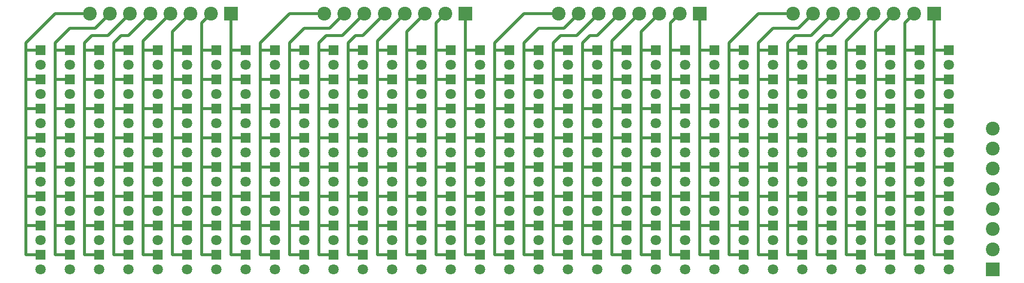
<source format=gbl>
G04 #@! TF.GenerationSoftware,KiCad,Pcbnew,(5.1.10)-1*
G04 #@! TF.CreationDate,2023-10-25T13:43:48-04:00*
G04 #@! TF.ProjectId,LED_Matrix_8x32,4c45445f-4d61-4747-9269-785f38783332,rev?*
G04 #@! TF.SameCoordinates,Original*
G04 #@! TF.FileFunction,Copper,L2,Bot*
G04 #@! TF.FilePolarity,Positive*
%FSLAX46Y46*%
G04 Gerber Fmt 4.6, Leading zero omitted, Abs format (unit mm)*
G04 Created by KiCad (PCBNEW (5.1.10)-1) date 2023-10-25 13:43:48*
%MOMM*%
%LPD*%
G01*
G04 APERTURE LIST*
G04 #@! TA.AperFunction,ComponentPad*
%ADD10C,2.400000*%
G04 #@! TD*
G04 #@! TA.AperFunction,ComponentPad*
%ADD11R,2.400000X2.400000*%
G04 #@! TD*
G04 #@! TA.AperFunction,ComponentPad*
%ADD12C,1.800000*%
G04 #@! TD*
G04 #@! TA.AperFunction,ComponentPad*
%ADD13R,1.800000X1.800000*%
G04 #@! TD*
G04 #@! TA.AperFunction,Conductor*
%ADD14C,0.500000*%
G04 #@! TD*
G04 APERTURE END LIST*
D10*
X82815000Y-23495000D03*
X86315000Y-23495000D03*
X89815000Y-23495000D03*
X93315000Y-23495000D03*
X96815000Y-23495000D03*
X100315000Y-23495000D03*
X103815000Y-23495000D03*
D11*
X107315000Y-23495000D03*
D10*
X123455000Y-23495000D03*
X126955000Y-23495000D03*
X130455000Y-23495000D03*
X133955000Y-23495000D03*
X137455000Y-23495000D03*
X140955000Y-23495000D03*
X144455000Y-23495000D03*
D11*
X147955000Y-23495000D03*
D10*
X164095000Y-23495000D03*
X167595000Y-23495000D03*
X171095000Y-23495000D03*
X174595000Y-23495000D03*
X178095000Y-23495000D03*
X181595000Y-23495000D03*
X185095000Y-23495000D03*
D11*
X188595000Y-23495000D03*
D10*
X204735000Y-23495000D03*
X208235000Y-23495000D03*
X211735000Y-23495000D03*
X215235000Y-23495000D03*
X218735000Y-23495000D03*
X222235000Y-23495000D03*
X225735000Y-23495000D03*
D11*
X229235000Y-23495000D03*
D10*
X239395000Y-43445000D03*
X239395000Y-46945000D03*
X239395000Y-50445000D03*
X239395000Y-53945000D03*
X239395000Y-57445000D03*
X239395000Y-60945000D03*
X239395000Y-64445000D03*
D11*
X239395000Y-67945000D03*
D12*
X74295000Y-32385000D03*
D13*
X74295000Y-29845000D03*
D12*
X74295000Y-37465000D03*
D13*
X74295000Y-34925000D03*
D12*
X74295000Y-42545000D03*
D13*
X74295000Y-40005000D03*
D12*
X74295000Y-47625000D03*
D13*
X74295000Y-45085000D03*
D12*
X74295000Y-52705000D03*
D13*
X74295000Y-50165000D03*
D12*
X74295000Y-57785000D03*
D13*
X74295000Y-55245000D03*
D12*
X74295000Y-62865000D03*
D13*
X74295000Y-60325000D03*
D12*
X74295000Y-67945000D03*
D13*
X74295000Y-65405000D03*
D12*
X79375000Y-32385000D03*
D13*
X79375000Y-29845000D03*
D12*
X79375000Y-37465000D03*
D13*
X79375000Y-34925000D03*
D12*
X79375000Y-42545000D03*
D13*
X79375000Y-40005000D03*
D12*
X79375000Y-47625000D03*
D13*
X79375000Y-45085000D03*
D12*
X79375000Y-52705000D03*
D13*
X79375000Y-50165000D03*
D12*
X79375000Y-57785000D03*
D13*
X79375000Y-55245000D03*
D12*
X79375000Y-62865000D03*
D13*
X79375000Y-60325000D03*
D12*
X79375000Y-67945000D03*
D13*
X79375000Y-65405000D03*
D12*
X84455000Y-32385000D03*
D13*
X84455000Y-29845000D03*
D12*
X84455000Y-37465000D03*
D13*
X84455000Y-34925000D03*
D12*
X84455000Y-42545000D03*
D13*
X84455000Y-40005000D03*
D12*
X84455000Y-47625000D03*
D13*
X84455000Y-45085000D03*
D12*
X84455000Y-52705000D03*
D13*
X84455000Y-50165000D03*
D12*
X84455000Y-57785000D03*
D13*
X84455000Y-55245000D03*
D12*
X84455000Y-62865000D03*
D13*
X84455000Y-60325000D03*
D12*
X84455000Y-67945000D03*
D13*
X84455000Y-65405000D03*
D12*
X89535000Y-32385000D03*
D13*
X89535000Y-29845000D03*
D12*
X89535000Y-37465000D03*
D13*
X89535000Y-34925000D03*
D12*
X89535000Y-42545000D03*
D13*
X89535000Y-40005000D03*
D12*
X89535000Y-47625000D03*
D13*
X89535000Y-45085000D03*
D12*
X89535000Y-52705000D03*
D13*
X89535000Y-50165000D03*
D12*
X89535000Y-57785000D03*
D13*
X89535000Y-55245000D03*
D12*
X89535000Y-62865000D03*
D13*
X89535000Y-60325000D03*
D12*
X89535000Y-67945000D03*
D13*
X89535000Y-65405000D03*
D12*
X94615000Y-32385000D03*
D13*
X94615000Y-29845000D03*
D12*
X94615000Y-37465000D03*
D13*
X94615000Y-34925000D03*
D12*
X94615000Y-42545000D03*
D13*
X94615000Y-40005000D03*
D12*
X94615000Y-47625000D03*
D13*
X94615000Y-45085000D03*
D12*
X94615000Y-52705000D03*
D13*
X94615000Y-50165000D03*
D12*
X94615000Y-57785000D03*
D13*
X94615000Y-55245000D03*
D12*
X94615000Y-62865000D03*
D13*
X94615000Y-60325000D03*
D12*
X94615000Y-67945000D03*
D13*
X94615000Y-65405000D03*
D12*
X99695000Y-32385000D03*
D13*
X99695000Y-29845000D03*
D12*
X99695000Y-37465000D03*
D13*
X99695000Y-34925000D03*
D12*
X99695000Y-42545000D03*
D13*
X99695000Y-40005000D03*
D12*
X99695000Y-47625000D03*
D13*
X99695000Y-45085000D03*
D12*
X99695000Y-52705000D03*
D13*
X99695000Y-50165000D03*
D12*
X99695000Y-57785000D03*
D13*
X99695000Y-55245000D03*
D12*
X99695000Y-62865000D03*
D13*
X99695000Y-60325000D03*
D12*
X99695000Y-67945000D03*
D13*
X99695000Y-65405000D03*
D12*
X104775000Y-32385000D03*
D13*
X104775000Y-29845000D03*
D12*
X104775000Y-37465000D03*
D13*
X104775000Y-34925000D03*
D12*
X104775000Y-42545000D03*
D13*
X104775000Y-40005000D03*
D12*
X104775000Y-47625000D03*
D13*
X104775000Y-45085000D03*
D12*
X104775000Y-52705000D03*
D13*
X104775000Y-50165000D03*
D12*
X104775000Y-57785000D03*
D13*
X104775000Y-55245000D03*
D12*
X104775000Y-62865000D03*
D13*
X104775000Y-60325000D03*
D12*
X104775000Y-67945000D03*
D13*
X104775000Y-65405000D03*
D12*
X109855000Y-32385000D03*
D13*
X109855000Y-29845000D03*
D12*
X109855000Y-37465000D03*
D13*
X109855000Y-34925000D03*
D12*
X109855000Y-42545000D03*
D13*
X109855000Y-40005000D03*
D12*
X109855000Y-47625000D03*
D13*
X109855000Y-45085000D03*
D12*
X109855000Y-52705000D03*
D13*
X109855000Y-50165000D03*
D12*
X109855000Y-57785000D03*
D13*
X109855000Y-55245000D03*
D12*
X109855000Y-62865000D03*
D13*
X109855000Y-60325000D03*
D12*
X109855000Y-67945000D03*
D13*
X109855000Y-65405000D03*
D12*
X114935000Y-32385000D03*
D13*
X114935000Y-29845000D03*
D12*
X114935000Y-37465000D03*
D13*
X114935000Y-34925000D03*
D12*
X114935000Y-42545000D03*
D13*
X114935000Y-40005000D03*
D12*
X114935000Y-47625000D03*
D13*
X114935000Y-45085000D03*
D12*
X114935000Y-52705000D03*
D13*
X114935000Y-50165000D03*
D12*
X114935000Y-57785000D03*
D13*
X114935000Y-55245000D03*
D12*
X114935000Y-62865000D03*
D13*
X114935000Y-60325000D03*
D12*
X114935000Y-67945000D03*
D13*
X114935000Y-65405000D03*
D12*
X120015000Y-32385000D03*
D13*
X120015000Y-29845000D03*
D12*
X120015000Y-37465000D03*
D13*
X120015000Y-34925000D03*
D12*
X120015000Y-42545000D03*
D13*
X120015000Y-40005000D03*
D12*
X120015000Y-47625000D03*
D13*
X120015000Y-45085000D03*
D12*
X120015000Y-52705000D03*
D13*
X120015000Y-50165000D03*
D12*
X120015000Y-57785000D03*
D13*
X120015000Y-55245000D03*
D12*
X120015000Y-62865000D03*
D13*
X120015000Y-60325000D03*
D12*
X120015000Y-67945000D03*
D13*
X120015000Y-65405000D03*
D12*
X125095000Y-32385000D03*
D13*
X125095000Y-29845000D03*
D12*
X125095000Y-37465000D03*
D13*
X125095000Y-34925000D03*
D12*
X125095000Y-42545000D03*
D13*
X125095000Y-40005000D03*
D12*
X125095000Y-47625000D03*
D13*
X125095000Y-45085000D03*
D12*
X125095000Y-52705000D03*
D13*
X125095000Y-50165000D03*
D12*
X125095000Y-57785000D03*
D13*
X125095000Y-55245000D03*
D12*
X125095000Y-62865000D03*
D13*
X125095000Y-60325000D03*
D12*
X125095000Y-67945000D03*
D13*
X125095000Y-65405000D03*
D12*
X130175000Y-32385000D03*
D13*
X130175000Y-29845000D03*
D12*
X130175000Y-37465000D03*
D13*
X130175000Y-34925000D03*
D12*
X130175000Y-42545000D03*
D13*
X130175000Y-40005000D03*
D12*
X130175000Y-47625000D03*
D13*
X130175000Y-45085000D03*
D12*
X130175000Y-52705000D03*
D13*
X130175000Y-50165000D03*
D12*
X130175000Y-57785000D03*
D13*
X130175000Y-55245000D03*
D12*
X130175000Y-62865000D03*
D13*
X130175000Y-60325000D03*
D12*
X130175000Y-67945000D03*
D13*
X130175000Y-65405000D03*
D12*
X135255000Y-32385000D03*
D13*
X135255000Y-29845000D03*
D12*
X135255000Y-37465000D03*
D13*
X135255000Y-34925000D03*
D12*
X135255000Y-42545000D03*
D13*
X135255000Y-40005000D03*
D12*
X135255000Y-47625000D03*
D13*
X135255000Y-45085000D03*
D12*
X135255000Y-52705000D03*
D13*
X135255000Y-50165000D03*
D12*
X135255000Y-57785000D03*
D13*
X135255000Y-55245000D03*
D12*
X135255000Y-62865000D03*
D13*
X135255000Y-60325000D03*
D12*
X135255000Y-67945000D03*
D13*
X135255000Y-65405000D03*
D12*
X140335000Y-32385000D03*
D13*
X140335000Y-29845000D03*
D12*
X140335000Y-37465000D03*
D13*
X140335000Y-34925000D03*
D12*
X140335000Y-42545000D03*
D13*
X140335000Y-40005000D03*
D12*
X140335000Y-47625000D03*
D13*
X140335000Y-45085000D03*
D12*
X140335000Y-52705000D03*
D13*
X140335000Y-50165000D03*
D12*
X140335000Y-57785000D03*
D13*
X140335000Y-55245000D03*
D12*
X140335000Y-62865000D03*
D13*
X140335000Y-60325000D03*
D12*
X140335000Y-67945000D03*
D13*
X140335000Y-65405000D03*
D12*
X145415000Y-32385000D03*
D13*
X145415000Y-29845000D03*
D12*
X145415000Y-37465000D03*
D13*
X145415000Y-34925000D03*
D12*
X145415000Y-42545000D03*
D13*
X145415000Y-40005000D03*
D12*
X145415000Y-47625000D03*
D13*
X145415000Y-45085000D03*
D12*
X145415000Y-52705000D03*
D13*
X145415000Y-50165000D03*
D12*
X145415000Y-57785000D03*
D13*
X145415000Y-55245000D03*
D12*
X145415000Y-62865000D03*
D13*
X145415000Y-60325000D03*
D12*
X145415000Y-67945000D03*
D13*
X145415000Y-65405000D03*
D12*
X150495000Y-32385000D03*
D13*
X150495000Y-29845000D03*
D12*
X150495000Y-37465000D03*
D13*
X150495000Y-34925000D03*
D12*
X150495000Y-42545000D03*
D13*
X150495000Y-40005000D03*
D12*
X150495000Y-47625000D03*
D13*
X150495000Y-45085000D03*
D12*
X150495000Y-52705000D03*
D13*
X150495000Y-50165000D03*
D12*
X150495000Y-57785000D03*
D13*
X150495000Y-55245000D03*
D12*
X150495000Y-62865000D03*
D13*
X150495000Y-60325000D03*
D12*
X150495000Y-67945000D03*
D13*
X150495000Y-65405000D03*
D12*
X155575000Y-32385000D03*
D13*
X155575000Y-29845000D03*
D12*
X155575000Y-37465000D03*
D13*
X155575000Y-34925000D03*
D12*
X155575000Y-42545000D03*
D13*
X155575000Y-40005000D03*
D12*
X155575000Y-47625000D03*
D13*
X155575000Y-45085000D03*
D12*
X155575000Y-52705000D03*
D13*
X155575000Y-50165000D03*
D12*
X155575000Y-57785000D03*
D13*
X155575000Y-55245000D03*
D12*
X155575000Y-62865000D03*
D13*
X155575000Y-60325000D03*
D12*
X155575000Y-67945000D03*
D13*
X155575000Y-65405000D03*
D12*
X160655000Y-32385000D03*
D13*
X160655000Y-29845000D03*
D12*
X160655000Y-37465000D03*
D13*
X160655000Y-34925000D03*
D12*
X160655000Y-42545000D03*
D13*
X160655000Y-40005000D03*
D12*
X160655000Y-47625000D03*
D13*
X160655000Y-45085000D03*
D12*
X160655000Y-52705000D03*
D13*
X160655000Y-50165000D03*
D12*
X160655000Y-57785000D03*
D13*
X160655000Y-55245000D03*
D12*
X160655000Y-62865000D03*
D13*
X160655000Y-60325000D03*
D12*
X160655000Y-67945000D03*
D13*
X160655000Y-65405000D03*
D12*
X165735000Y-32385000D03*
D13*
X165735000Y-29845000D03*
D12*
X165735000Y-37465000D03*
D13*
X165735000Y-34925000D03*
D12*
X165735000Y-42545000D03*
D13*
X165735000Y-40005000D03*
D12*
X165735000Y-47625000D03*
D13*
X165735000Y-45085000D03*
D12*
X165735000Y-52705000D03*
D13*
X165735000Y-50165000D03*
D12*
X165735000Y-57785000D03*
D13*
X165735000Y-55245000D03*
D12*
X165735000Y-62865000D03*
D13*
X165735000Y-60325000D03*
D12*
X165735000Y-67945000D03*
D13*
X165735000Y-65405000D03*
D12*
X170815000Y-32385000D03*
D13*
X170815000Y-29845000D03*
D12*
X170815000Y-37465000D03*
D13*
X170815000Y-34925000D03*
D12*
X170815000Y-42545000D03*
D13*
X170815000Y-40005000D03*
D12*
X170815000Y-47625000D03*
D13*
X170815000Y-45085000D03*
D12*
X170815000Y-52705000D03*
D13*
X170815000Y-50165000D03*
D12*
X170815000Y-57785000D03*
D13*
X170815000Y-55245000D03*
D12*
X170815000Y-62865000D03*
D13*
X170815000Y-60325000D03*
D12*
X170815000Y-67945000D03*
D13*
X170815000Y-65405000D03*
D12*
X175895000Y-32385000D03*
D13*
X175895000Y-29845000D03*
D12*
X175895000Y-37465000D03*
D13*
X175895000Y-34925000D03*
D12*
X175895000Y-42545000D03*
D13*
X175895000Y-40005000D03*
D12*
X175895000Y-47625000D03*
D13*
X175895000Y-45085000D03*
D12*
X175895000Y-52705000D03*
D13*
X175895000Y-50165000D03*
D12*
X175895000Y-57785000D03*
D13*
X175895000Y-55245000D03*
D12*
X175895000Y-62865000D03*
D13*
X175895000Y-60325000D03*
D12*
X175895000Y-67945000D03*
D13*
X175895000Y-65405000D03*
D12*
X180975000Y-32385000D03*
D13*
X180975000Y-29845000D03*
D12*
X180975000Y-37465000D03*
D13*
X180975000Y-34925000D03*
D12*
X180975000Y-42545000D03*
D13*
X180975000Y-40005000D03*
D12*
X180975000Y-47625000D03*
D13*
X180975000Y-45085000D03*
D12*
X180975000Y-52705000D03*
D13*
X180975000Y-50165000D03*
D12*
X180975000Y-57785000D03*
D13*
X180975000Y-55245000D03*
D12*
X180975000Y-62865000D03*
D13*
X180975000Y-60325000D03*
D12*
X180975000Y-67945000D03*
D13*
X180975000Y-65405000D03*
D12*
X186055000Y-32385000D03*
D13*
X186055000Y-29845000D03*
D12*
X186055000Y-37465000D03*
D13*
X186055000Y-34925000D03*
D12*
X186055000Y-42545000D03*
D13*
X186055000Y-40005000D03*
D12*
X186055000Y-47625000D03*
D13*
X186055000Y-45085000D03*
D12*
X186055000Y-52705000D03*
D13*
X186055000Y-50165000D03*
D12*
X186055000Y-57785000D03*
D13*
X186055000Y-55245000D03*
D12*
X186055000Y-62865000D03*
D13*
X186055000Y-60325000D03*
D12*
X186055000Y-67945000D03*
D13*
X186055000Y-65405000D03*
D12*
X191135000Y-32385000D03*
D13*
X191135000Y-29845000D03*
D12*
X191135000Y-37465000D03*
D13*
X191135000Y-34925000D03*
D12*
X191135000Y-42545000D03*
D13*
X191135000Y-40005000D03*
D12*
X191135000Y-47625000D03*
D13*
X191135000Y-45085000D03*
D12*
X191135000Y-52705000D03*
D13*
X191135000Y-50165000D03*
D12*
X191135000Y-57785000D03*
D13*
X191135000Y-55245000D03*
D12*
X191135000Y-62865000D03*
D13*
X191135000Y-60325000D03*
D12*
X191135000Y-67945000D03*
D13*
X191135000Y-65405000D03*
D12*
X196215000Y-32385000D03*
D13*
X196215000Y-29845000D03*
D12*
X196215000Y-37465000D03*
D13*
X196215000Y-34925000D03*
D12*
X196215000Y-42545000D03*
D13*
X196215000Y-40005000D03*
D12*
X196215000Y-47625000D03*
D13*
X196215000Y-45085000D03*
D12*
X196215000Y-52705000D03*
D13*
X196215000Y-50165000D03*
D12*
X196215000Y-57785000D03*
D13*
X196215000Y-55245000D03*
D12*
X196215000Y-62865000D03*
D13*
X196215000Y-60325000D03*
D12*
X196215000Y-67945000D03*
D13*
X196215000Y-65405000D03*
D12*
X201295000Y-32385000D03*
D13*
X201295000Y-29845000D03*
D12*
X201295000Y-37465000D03*
D13*
X201295000Y-34925000D03*
D12*
X201295000Y-42545000D03*
D13*
X201295000Y-40005000D03*
D12*
X201295000Y-47625000D03*
D13*
X201295000Y-45085000D03*
D12*
X201295000Y-52705000D03*
D13*
X201295000Y-50165000D03*
D12*
X201295000Y-57785000D03*
D13*
X201295000Y-55245000D03*
D12*
X201295000Y-62865000D03*
D13*
X201295000Y-60325000D03*
D12*
X201295000Y-67945000D03*
D13*
X201295000Y-65405000D03*
D12*
X206375000Y-32385000D03*
D13*
X206375000Y-29845000D03*
D12*
X206375000Y-37465000D03*
D13*
X206375000Y-34925000D03*
D12*
X206375000Y-42545000D03*
D13*
X206375000Y-40005000D03*
D12*
X206375000Y-47625000D03*
D13*
X206375000Y-45085000D03*
D12*
X206375000Y-52705000D03*
D13*
X206375000Y-50165000D03*
D12*
X206375000Y-57785000D03*
D13*
X206375000Y-55245000D03*
D12*
X206375000Y-62865000D03*
D13*
X206375000Y-60325000D03*
D12*
X206375000Y-67945000D03*
D13*
X206375000Y-65405000D03*
D12*
X211455000Y-32385000D03*
D13*
X211455000Y-29845000D03*
D12*
X211455000Y-37465000D03*
D13*
X211455000Y-34925000D03*
D12*
X211455000Y-42545000D03*
D13*
X211455000Y-40005000D03*
D12*
X211455000Y-47625000D03*
D13*
X211455000Y-45085000D03*
D12*
X211455000Y-52705000D03*
D13*
X211455000Y-50165000D03*
D12*
X211455000Y-57785000D03*
D13*
X211455000Y-55245000D03*
D12*
X211455000Y-62865000D03*
D13*
X211455000Y-60325000D03*
D12*
X211455000Y-67945000D03*
D13*
X211455000Y-65405000D03*
D12*
X216535000Y-32385000D03*
D13*
X216535000Y-29845000D03*
D12*
X216535000Y-37465000D03*
D13*
X216535000Y-34925000D03*
D12*
X216535000Y-42545000D03*
D13*
X216535000Y-40005000D03*
D12*
X216535000Y-47625000D03*
D13*
X216535000Y-45085000D03*
D12*
X216535000Y-52705000D03*
D13*
X216535000Y-50165000D03*
D12*
X216535000Y-57785000D03*
D13*
X216535000Y-55245000D03*
D12*
X216535000Y-62865000D03*
D13*
X216535000Y-60325000D03*
D12*
X216535000Y-67945000D03*
D13*
X216535000Y-65405000D03*
D12*
X221615000Y-32385000D03*
D13*
X221615000Y-29845000D03*
D12*
X221615000Y-37465000D03*
D13*
X221615000Y-34925000D03*
D12*
X221615000Y-42545000D03*
D13*
X221615000Y-40005000D03*
D12*
X221615000Y-47625000D03*
D13*
X221615000Y-45085000D03*
D12*
X221615000Y-52705000D03*
D13*
X221615000Y-50165000D03*
D12*
X221615000Y-57785000D03*
D13*
X221615000Y-55245000D03*
D12*
X221615000Y-62865000D03*
D13*
X221615000Y-60325000D03*
D12*
X221615000Y-67945000D03*
D13*
X221615000Y-65405000D03*
D12*
X226695000Y-32385000D03*
D13*
X226695000Y-29845000D03*
D12*
X226695000Y-37465000D03*
D13*
X226695000Y-34925000D03*
D12*
X226695000Y-42545000D03*
D13*
X226695000Y-40005000D03*
D12*
X226695000Y-47625000D03*
D13*
X226695000Y-45085000D03*
D12*
X226695000Y-52705000D03*
D13*
X226695000Y-50165000D03*
D12*
X226695000Y-57785000D03*
D13*
X226695000Y-55245000D03*
D12*
X226695000Y-62865000D03*
D13*
X226695000Y-60325000D03*
D12*
X226695000Y-67945000D03*
D13*
X226695000Y-65405000D03*
D12*
X231775000Y-32385000D03*
D13*
X231775000Y-29845000D03*
D12*
X231775000Y-37465000D03*
D13*
X231775000Y-34925000D03*
D12*
X231775000Y-42545000D03*
D13*
X231775000Y-40005000D03*
D12*
X231775000Y-47625000D03*
D13*
X231775000Y-45085000D03*
D12*
X231775000Y-52705000D03*
D13*
X231775000Y-50165000D03*
D12*
X231775000Y-57785000D03*
D13*
X231775000Y-55245000D03*
D12*
X231775000Y-62865000D03*
D13*
X231775000Y-60325000D03*
D12*
X231775000Y-67945000D03*
D13*
X231775000Y-65405000D03*
D14*
X231775000Y-65405000D02*
X229235000Y-65405000D01*
X229235000Y-65405000D02*
X229235000Y-60325000D01*
X229235000Y-60325000D02*
X231775000Y-60325000D01*
X229235000Y-60325000D02*
X229235000Y-55245000D01*
X229235000Y-55245000D02*
X231775000Y-55245000D01*
X229235000Y-55245000D02*
X229235000Y-50165000D01*
X229235000Y-50165000D02*
X231775000Y-50165000D01*
X229235000Y-50165000D02*
X229235000Y-45085000D01*
X229235000Y-45085000D02*
X231775000Y-45085000D01*
X229235000Y-45085000D02*
X229235000Y-40005000D01*
X229235000Y-40005000D02*
X231775000Y-40005000D01*
X229235000Y-40005000D02*
X229235000Y-34925000D01*
X229235000Y-34925000D02*
X231775000Y-34925000D01*
X229235000Y-34925000D02*
X229235000Y-29845000D01*
X229235000Y-29845000D02*
X231775000Y-29845000D01*
X229235000Y-23495000D02*
X229235000Y-29845000D01*
X224155000Y-60325000D02*
X224155000Y-55245000D01*
X224155000Y-55245000D02*
X226695000Y-55245000D01*
X224155000Y-50165000D02*
X224155000Y-45085000D01*
X226695000Y-65405000D02*
X224155000Y-65405000D01*
X224155000Y-65405000D02*
X224155000Y-60325000D01*
X224155000Y-40005000D02*
X224155000Y-34925000D01*
X224155000Y-60325000D02*
X226695000Y-60325000D01*
X224155000Y-45085000D02*
X226695000Y-45085000D01*
X224155000Y-34925000D02*
X226695000Y-34925000D01*
X224155000Y-55245000D02*
X224155000Y-50165000D01*
X224155000Y-34925000D02*
X224155000Y-29845000D01*
X224155000Y-50165000D02*
X226695000Y-50165000D01*
X224155000Y-29845000D02*
X226695000Y-29845000D01*
X224155000Y-45085000D02*
X224155000Y-40005000D01*
X224155000Y-40005000D02*
X226695000Y-40005000D01*
X224155000Y-25075000D02*
X225735000Y-23495000D01*
X224155000Y-29845000D02*
X224155000Y-25075000D01*
X219075000Y-60325000D02*
X219075000Y-55245000D01*
X219075000Y-55245000D02*
X221615000Y-55245000D01*
X219075000Y-50165000D02*
X219075000Y-45085000D01*
X221615000Y-65405000D02*
X219075000Y-65405000D01*
X219075000Y-65405000D02*
X219075000Y-60325000D01*
X219075000Y-40005000D02*
X219075000Y-34925000D01*
X219075000Y-60325000D02*
X221615000Y-60325000D01*
X219075000Y-45085000D02*
X221615000Y-45085000D01*
X219075000Y-34925000D02*
X221615000Y-34925000D01*
X219075000Y-55245000D02*
X219075000Y-50165000D01*
X219075000Y-34925000D02*
X219075000Y-29845000D01*
X219075000Y-50165000D02*
X221615000Y-50165000D01*
X219075000Y-29845000D02*
X221615000Y-29845000D01*
X219075000Y-45085000D02*
X219075000Y-40005000D01*
X219075000Y-40005000D02*
X221615000Y-40005000D01*
X219075000Y-26655000D02*
X222235000Y-23495000D01*
X219075000Y-29845000D02*
X219075000Y-26655000D01*
X213995000Y-60325000D02*
X213995000Y-55245000D01*
X213995000Y-55245000D02*
X216535000Y-55245000D01*
X213995000Y-50165000D02*
X213995000Y-45085000D01*
X216535000Y-65405000D02*
X213995000Y-65405000D01*
X213995000Y-65405000D02*
X213995000Y-60325000D01*
X213995000Y-40005000D02*
X213995000Y-34925000D01*
X213995000Y-60325000D02*
X216535000Y-60325000D01*
X213995000Y-45085000D02*
X216535000Y-45085000D01*
X213995000Y-34925000D02*
X216535000Y-34925000D01*
X213995000Y-55245000D02*
X213995000Y-50165000D01*
X213995000Y-34925000D02*
X213995000Y-29845000D01*
X213995000Y-50165000D02*
X216535000Y-50165000D01*
X213995000Y-29845000D02*
X216535000Y-29845000D01*
X213995000Y-45085000D02*
X213995000Y-40005000D01*
X213995000Y-40005000D02*
X216535000Y-40005000D01*
X213995000Y-28235000D02*
X218735000Y-23495000D01*
X213995000Y-29845000D02*
X213995000Y-28235000D01*
X208915000Y-60325000D02*
X208915000Y-55245000D01*
X208915000Y-55245000D02*
X211455000Y-55245000D01*
X208915000Y-50165000D02*
X208915000Y-45085000D01*
X211455000Y-65405000D02*
X208915000Y-65405000D01*
X208915000Y-65405000D02*
X208915000Y-60325000D01*
X208915000Y-40005000D02*
X208915000Y-34925000D01*
X208915000Y-60325000D02*
X211455000Y-60325000D01*
X208915000Y-45085000D02*
X211455000Y-45085000D01*
X208915000Y-34925000D02*
X211455000Y-34925000D01*
X208915000Y-55245000D02*
X208915000Y-50165000D01*
X208915000Y-34925000D02*
X208915000Y-29845000D01*
X208915000Y-50165000D02*
X211455000Y-50165000D01*
X208915000Y-29845000D02*
X211455000Y-29845000D01*
X208915000Y-45085000D02*
X208915000Y-40005000D01*
X208915000Y-40005000D02*
X211455000Y-40005000D01*
X208915000Y-29845000D02*
X208915000Y-28575000D01*
X208915000Y-28575000D02*
X210185000Y-27305000D01*
X210185000Y-27305000D02*
X211455000Y-27305000D01*
X211455000Y-27275000D02*
X215235000Y-23495000D01*
X211455000Y-27305000D02*
X211455000Y-27275000D01*
X203835000Y-60325000D02*
X203835000Y-55245000D01*
X203835000Y-55245000D02*
X206375000Y-55245000D01*
X203835000Y-50165000D02*
X203835000Y-45085000D01*
X206375000Y-65405000D02*
X203835000Y-65405000D01*
X203835000Y-65405000D02*
X203835000Y-60325000D01*
X203835000Y-40005000D02*
X203835000Y-34925000D01*
X203835000Y-60325000D02*
X206375000Y-60325000D01*
X203835000Y-45085000D02*
X206375000Y-45085000D01*
X203835000Y-34925000D02*
X206375000Y-34925000D01*
X203835000Y-55245000D02*
X203835000Y-50165000D01*
X203835000Y-34925000D02*
X203835000Y-29845000D01*
X203835000Y-50165000D02*
X206375000Y-50165000D01*
X203835000Y-29845000D02*
X206375000Y-29845000D01*
X203835000Y-45085000D02*
X203835000Y-40005000D01*
X203835000Y-40005000D02*
X206375000Y-40005000D01*
X203835000Y-29845000D02*
X203835000Y-28575000D01*
X203835000Y-28575000D02*
X205105000Y-27305000D01*
X205105000Y-27305000D02*
X207925000Y-27305000D01*
X207925000Y-27305000D02*
X211735000Y-23495000D01*
X198755000Y-60325000D02*
X198755000Y-55245000D01*
X198755000Y-55245000D02*
X201295000Y-55245000D01*
X198755000Y-50165000D02*
X198755000Y-45085000D01*
X201295000Y-65405000D02*
X198755000Y-65405000D01*
X198755000Y-65405000D02*
X198755000Y-60325000D01*
X198755000Y-40005000D02*
X198755000Y-34925000D01*
X198755000Y-60325000D02*
X201295000Y-60325000D01*
X198755000Y-45085000D02*
X201295000Y-45085000D01*
X198755000Y-34925000D02*
X201295000Y-34925000D01*
X198755000Y-55245000D02*
X198755000Y-50165000D01*
X198755000Y-34925000D02*
X198755000Y-29845000D01*
X198755000Y-50165000D02*
X201295000Y-50165000D01*
X198755000Y-29845000D02*
X201295000Y-29845000D01*
X198755000Y-45085000D02*
X198755000Y-40005000D01*
X198755000Y-40005000D02*
X201295000Y-40005000D01*
X205695000Y-26035000D02*
X208235000Y-23495000D01*
X201295000Y-26035000D02*
X205695000Y-26035000D01*
X198755000Y-28575000D02*
X201295000Y-26035000D01*
X198755000Y-29845000D02*
X198755000Y-28575000D01*
X193675000Y-60325000D02*
X193675000Y-55245000D01*
X193675000Y-55245000D02*
X196215000Y-55245000D01*
X193675000Y-50165000D02*
X193675000Y-45085000D01*
X196215000Y-65405000D02*
X193675000Y-65405000D01*
X193675000Y-65405000D02*
X193675000Y-60325000D01*
X193675000Y-40005000D02*
X193675000Y-34925000D01*
X193675000Y-60325000D02*
X196215000Y-60325000D01*
X193675000Y-45085000D02*
X196215000Y-45085000D01*
X193675000Y-34925000D02*
X196215000Y-34925000D01*
X193675000Y-55245000D02*
X193675000Y-50165000D01*
X193675000Y-34925000D02*
X193675000Y-29845000D01*
X193675000Y-50165000D02*
X196215000Y-50165000D01*
X193675000Y-29845000D02*
X196215000Y-29845000D01*
X193675000Y-45085000D02*
X193675000Y-40005000D01*
X193675000Y-40005000D02*
X196215000Y-40005000D01*
X204735000Y-23495000D02*
X198755000Y-23495000D01*
X198755000Y-23495000D02*
X193675000Y-28575000D01*
X193675000Y-28575000D02*
X193675000Y-29845000D01*
X188595000Y-23495000D02*
X188595000Y-29845000D01*
X188595000Y-60325000D02*
X188595000Y-55245000D01*
X188595000Y-55245000D02*
X191135000Y-55245000D01*
X188595000Y-50165000D02*
X188595000Y-45085000D01*
X191135000Y-65405000D02*
X188595000Y-65405000D01*
X188595000Y-65405000D02*
X188595000Y-60325000D01*
X188595000Y-40005000D02*
X188595000Y-34925000D01*
X188595000Y-60325000D02*
X191135000Y-60325000D01*
X188595000Y-45085000D02*
X191135000Y-45085000D01*
X188595000Y-34925000D02*
X191135000Y-34925000D01*
X188595000Y-55245000D02*
X188595000Y-50165000D01*
X188595000Y-34925000D02*
X188595000Y-29845000D01*
X188595000Y-50165000D02*
X191135000Y-50165000D01*
X188595000Y-29845000D02*
X191135000Y-29845000D01*
X188595000Y-45085000D02*
X188595000Y-40005000D01*
X188595000Y-40005000D02*
X191135000Y-40005000D01*
X183515000Y-25075000D02*
X185095000Y-23495000D01*
X183515000Y-29845000D02*
X183515000Y-25075000D01*
X183515000Y-60325000D02*
X183515000Y-55245000D01*
X183515000Y-55245000D02*
X186055000Y-55245000D01*
X183515000Y-50165000D02*
X183515000Y-45085000D01*
X186055000Y-65405000D02*
X183515000Y-65405000D01*
X183515000Y-65405000D02*
X183515000Y-60325000D01*
X183515000Y-40005000D02*
X183515000Y-34925000D01*
X183515000Y-60325000D02*
X186055000Y-60325000D01*
X183515000Y-45085000D02*
X186055000Y-45085000D01*
X183515000Y-34925000D02*
X186055000Y-34925000D01*
X183515000Y-55245000D02*
X183515000Y-50165000D01*
X183515000Y-34925000D02*
X183515000Y-29845000D01*
X183515000Y-50165000D02*
X186055000Y-50165000D01*
X183515000Y-29845000D02*
X186055000Y-29845000D01*
X183515000Y-45085000D02*
X183515000Y-40005000D01*
X183515000Y-40005000D02*
X186055000Y-40005000D01*
X178435000Y-29845000D02*
X178435000Y-26655000D01*
X178435000Y-26655000D02*
X181595000Y-23495000D01*
X178435000Y-60325000D02*
X178435000Y-55245000D01*
X178435000Y-55245000D02*
X180975000Y-55245000D01*
X178435000Y-50165000D02*
X178435000Y-45085000D01*
X180975000Y-65405000D02*
X178435000Y-65405000D01*
X178435000Y-65405000D02*
X178435000Y-60325000D01*
X178435000Y-40005000D02*
X178435000Y-34925000D01*
X178435000Y-60325000D02*
X180975000Y-60325000D01*
X178435000Y-45085000D02*
X180975000Y-45085000D01*
X178435000Y-34925000D02*
X180975000Y-34925000D01*
X178435000Y-55245000D02*
X178435000Y-50165000D01*
X178435000Y-34925000D02*
X178435000Y-29845000D01*
X178435000Y-50165000D02*
X180975000Y-50165000D01*
X178435000Y-29845000D02*
X180975000Y-29845000D01*
X178435000Y-45085000D02*
X178435000Y-40005000D01*
X178435000Y-40005000D02*
X180975000Y-40005000D01*
X173355000Y-60325000D02*
X173355000Y-55245000D01*
X173355000Y-55245000D02*
X175895000Y-55245000D01*
X173355000Y-50165000D02*
X173355000Y-45085000D01*
X175895000Y-65405000D02*
X173355000Y-65405000D01*
X173355000Y-65405000D02*
X173355000Y-60325000D01*
X173355000Y-40005000D02*
X173355000Y-34925000D01*
X173355000Y-60325000D02*
X175895000Y-60325000D01*
X173355000Y-45085000D02*
X175895000Y-45085000D01*
X173355000Y-34925000D02*
X175895000Y-34925000D01*
X173355000Y-55245000D02*
X173355000Y-50165000D01*
X173355000Y-34925000D02*
X173355000Y-29845000D01*
X173355000Y-50165000D02*
X175895000Y-50165000D01*
X173355000Y-29845000D02*
X175895000Y-29845000D01*
X173355000Y-45085000D02*
X173355000Y-40005000D01*
X173355000Y-40005000D02*
X175895000Y-40005000D01*
X173355000Y-28235000D02*
X178095000Y-23495000D01*
X173355000Y-29845000D02*
X173355000Y-28235000D01*
X169545000Y-27305000D02*
X170815000Y-27305000D01*
X168275000Y-28575000D02*
X169545000Y-27305000D01*
X170815000Y-27275000D02*
X174595000Y-23495000D01*
X170815000Y-27305000D02*
X170815000Y-27275000D01*
X168275000Y-60325000D02*
X168275000Y-55245000D01*
X168275000Y-55245000D02*
X170815000Y-55245000D01*
X168275000Y-50165000D02*
X168275000Y-45085000D01*
X170815000Y-65405000D02*
X168275000Y-65405000D01*
X168275000Y-65405000D02*
X168275000Y-60325000D01*
X168275000Y-40005000D02*
X168275000Y-34925000D01*
X168275000Y-60325000D02*
X170815000Y-60325000D01*
X168275000Y-45085000D02*
X170815000Y-45085000D01*
X168275000Y-34925000D02*
X170815000Y-34925000D01*
X168275000Y-55245000D02*
X168275000Y-50165000D01*
X168275000Y-34925000D02*
X168275000Y-29845000D01*
X168275000Y-50165000D02*
X170815000Y-50165000D01*
X168275000Y-29845000D02*
X170815000Y-29845000D01*
X168275000Y-45085000D02*
X168275000Y-40005000D01*
X168275000Y-40005000D02*
X170815000Y-40005000D01*
X168275000Y-28575000D02*
X168275000Y-29845000D01*
X163195000Y-28575000D02*
X164465000Y-27305000D01*
X167285000Y-27305000D02*
X171095000Y-23495000D01*
X164465000Y-27305000D02*
X167285000Y-27305000D01*
X163195000Y-60325000D02*
X163195000Y-55245000D01*
X163195000Y-55245000D02*
X165735000Y-55245000D01*
X163195000Y-50165000D02*
X163195000Y-45085000D01*
X165735000Y-65405000D02*
X163195000Y-65405000D01*
X163195000Y-65405000D02*
X163195000Y-60325000D01*
X163195000Y-40005000D02*
X163195000Y-34925000D01*
X163195000Y-60325000D02*
X165735000Y-60325000D01*
X163195000Y-45085000D02*
X165735000Y-45085000D01*
X163195000Y-34925000D02*
X165735000Y-34925000D01*
X163195000Y-55245000D02*
X163195000Y-50165000D01*
X163195000Y-34925000D02*
X163195000Y-29845000D01*
X163195000Y-50165000D02*
X165735000Y-50165000D01*
X163195000Y-29845000D02*
X165735000Y-29845000D01*
X163195000Y-45085000D02*
X163195000Y-40005000D01*
X163195000Y-40005000D02*
X165735000Y-40005000D01*
X163195000Y-28575000D02*
X163195000Y-29845000D01*
X160655000Y-26035000D02*
X165055000Y-26035000D01*
X158115000Y-28575000D02*
X160655000Y-26035000D01*
X165055000Y-26035000D02*
X167595000Y-23495000D01*
X158115000Y-60325000D02*
X158115000Y-55245000D01*
X158115000Y-55245000D02*
X160655000Y-55245000D01*
X158115000Y-50165000D02*
X158115000Y-45085000D01*
X160655000Y-65405000D02*
X158115000Y-65405000D01*
X158115000Y-65405000D02*
X158115000Y-60325000D01*
X158115000Y-40005000D02*
X158115000Y-34925000D01*
X158115000Y-60325000D02*
X160655000Y-60325000D01*
X158115000Y-45085000D02*
X160655000Y-45085000D01*
X158115000Y-34925000D02*
X160655000Y-34925000D01*
X158115000Y-55245000D02*
X158115000Y-50165000D01*
X158115000Y-34925000D02*
X158115000Y-29845000D01*
X158115000Y-50165000D02*
X160655000Y-50165000D01*
X158115000Y-29845000D02*
X160655000Y-29845000D01*
X158115000Y-45085000D02*
X158115000Y-40005000D01*
X158115000Y-40005000D02*
X160655000Y-40005000D01*
X158115000Y-28575000D02*
X158115000Y-29845000D01*
X153035000Y-60325000D02*
X153035000Y-55245000D01*
X153035000Y-55245000D02*
X155575000Y-55245000D01*
X153035000Y-50165000D02*
X153035000Y-45085000D01*
X155575000Y-65405000D02*
X153035000Y-65405000D01*
X153035000Y-65405000D02*
X153035000Y-60325000D01*
X153035000Y-40005000D02*
X153035000Y-34925000D01*
X153035000Y-60325000D02*
X155575000Y-60325000D01*
X153035000Y-45085000D02*
X155575000Y-45085000D01*
X153035000Y-34925000D02*
X155575000Y-34925000D01*
X153035000Y-55245000D02*
X153035000Y-50165000D01*
X153035000Y-34925000D02*
X153035000Y-29845000D01*
X153035000Y-50165000D02*
X155575000Y-50165000D01*
X153035000Y-29845000D02*
X155575000Y-29845000D01*
X153035000Y-45085000D02*
X153035000Y-40005000D01*
X153035000Y-40005000D02*
X155575000Y-40005000D01*
X164095000Y-23495000D02*
X158115000Y-23495000D01*
X153035000Y-28575000D02*
X153035000Y-29845000D01*
X158115000Y-23495000D02*
X153035000Y-28575000D01*
X147955000Y-23495000D02*
X147955000Y-29845000D01*
X147955000Y-60325000D02*
X147955000Y-55245000D01*
X147955000Y-55245000D02*
X150495000Y-55245000D01*
X147955000Y-50165000D02*
X147955000Y-45085000D01*
X150495000Y-65405000D02*
X147955000Y-65405000D01*
X147955000Y-65405000D02*
X147955000Y-60325000D01*
X147955000Y-40005000D02*
X147955000Y-34925000D01*
X147955000Y-60325000D02*
X150495000Y-60325000D01*
X147955000Y-45085000D02*
X150495000Y-45085000D01*
X147955000Y-34925000D02*
X150495000Y-34925000D01*
X147955000Y-55245000D02*
X147955000Y-50165000D01*
X147955000Y-34925000D02*
X147955000Y-29845000D01*
X147955000Y-50165000D02*
X150495000Y-50165000D01*
X147955000Y-29845000D02*
X150495000Y-29845000D01*
X147955000Y-45085000D02*
X147955000Y-40005000D01*
X147955000Y-40005000D02*
X150495000Y-40005000D01*
X142875000Y-25075000D02*
X144455000Y-23495000D01*
X142875000Y-29845000D02*
X142875000Y-25075000D01*
X142875000Y-60325000D02*
X142875000Y-55245000D01*
X142875000Y-55245000D02*
X145415000Y-55245000D01*
X142875000Y-50165000D02*
X142875000Y-45085000D01*
X145415000Y-65405000D02*
X142875000Y-65405000D01*
X142875000Y-65405000D02*
X142875000Y-60325000D01*
X142875000Y-40005000D02*
X142875000Y-34925000D01*
X142875000Y-60325000D02*
X145415000Y-60325000D01*
X142875000Y-45085000D02*
X145415000Y-45085000D01*
X142875000Y-34925000D02*
X145415000Y-34925000D01*
X142875000Y-55245000D02*
X142875000Y-50165000D01*
X142875000Y-34925000D02*
X142875000Y-29845000D01*
X142875000Y-50165000D02*
X145415000Y-50165000D01*
X142875000Y-29845000D02*
X145415000Y-29845000D01*
X142875000Y-45085000D02*
X142875000Y-40005000D01*
X142875000Y-40005000D02*
X145415000Y-40005000D01*
X137795000Y-29845000D02*
X137795000Y-26655000D01*
X137795000Y-26655000D02*
X140955000Y-23495000D01*
X137795000Y-60325000D02*
X137795000Y-55245000D01*
X137795000Y-55245000D02*
X140335000Y-55245000D01*
X137795000Y-50165000D02*
X137795000Y-45085000D01*
X140335000Y-65405000D02*
X137795000Y-65405000D01*
X137795000Y-65405000D02*
X137795000Y-60325000D01*
X137795000Y-40005000D02*
X137795000Y-34925000D01*
X137795000Y-60325000D02*
X140335000Y-60325000D01*
X137795000Y-45085000D02*
X140335000Y-45085000D01*
X137795000Y-34925000D02*
X140335000Y-34925000D01*
X137795000Y-55245000D02*
X137795000Y-50165000D01*
X137795000Y-34925000D02*
X137795000Y-29845000D01*
X137795000Y-50165000D02*
X140335000Y-50165000D01*
X137795000Y-29845000D02*
X140335000Y-29845000D01*
X137795000Y-45085000D02*
X137795000Y-40005000D01*
X137795000Y-40005000D02*
X140335000Y-40005000D01*
X132715000Y-60325000D02*
X132715000Y-55245000D01*
X132715000Y-55245000D02*
X135255000Y-55245000D01*
X132715000Y-50165000D02*
X132715000Y-45085000D01*
X135255000Y-65405000D02*
X132715000Y-65405000D01*
X132715000Y-65405000D02*
X132715000Y-60325000D01*
X132715000Y-40005000D02*
X132715000Y-34925000D01*
X132715000Y-60325000D02*
X135255000Y-60325000D01*
X132715000Y-45085000D02*
X135255000Y-45085000D01*
X132715000Y-34925000D02*
X135255000Y-34925000D01*
X132715000Y-55245000D02*
X132715000Y-50165000D01*
X132715000Y-34925000D02*
X132715000Y-29845000D01*
X132715000Y-50165000D02*
X135255000Y-50165000D01*
X132715000Y-29845000D02*
X135255000Y-29845000D01*
X132715000Y-45085000D02*
X132715000Y-40005000D01*
X132715000Y-40005000D02*
X135255000Y-40005000D01*
X132715000Y-28235000D02*
X137455000Y-23495000D01*
X132715000Y-29845000D02*
X132715000Y-28235000D01*
X128905000Y-27305000D02*
X130175000Y-27305000D01*
X127635000Y-28575000D02*
X128905000Y-27305000D01*
X130175000Y-27275000D02*
X133955000Y-23495000D01*
X130175000Y-27305000D02*
X130175000Y-27275000D01*
X127635000Y-60325000D02*
X127635000Y-55245000D01*
X127635000Y-55245000D02*
X130175000Y-55245000D01*
X127635000Y-50165000D02*
X127635000Y-45085000D01*
X130175000Y-65405000D02*
X127635000Y-65405000D01*
X127635000Y-65405000D02*
X127635000Y-60325000D01*
X127635000Y-40005000D02*
X127635000Y-34925000D01*
X127635000Y-60325000D02*
X130175000Y-60325000D01*
X127635000Y-45085000D02*
X130175000Y-45085000D01*
X127635000Y-34925000D02*
X130175000Y-34925000D01*
X127635000Y-55245000D02*
X127635000Y-50165000D01*
X127635000Y-34925000D02*
X127635000Y-29845000D01*
X127635000Y-50165000D02*
X130175000Y-50165000D01*
X127635000Y-29845000D02*
X130175000Y-29845000D01*
X127635000Y-45085000D02*
X127635000Y-40005000D01*
X127635000Y-40005000D02*
X130175000Y-40005000D01*
X127635000Y-28575000D02*
X127635000Y-29845000D01*
X122555000Y-28575000D02*
X123825000Y-27305000D01*
X126645000Y-27305000D02*
X130455000Y-23495000D01*
X123825000Y-27305000D02*
X126645000Y-27305000D01*
X122555000Y-60325000D02*
X122555000Y-55245000D01*
X122555000Y-55245000D02*
X125095000Y-55245000D01*
X122555000Y-50165000D02*
X122555000Y-45085000D01*
X125095000Y-65405000D02*
X122555000Y-65405000D01*
X122555000Y-65405000D02*
X122555000Y-60325000D01*
X122555000Y-40005000D02*
X122555000Y-34925000D01*
X122555000Y-60325000D02*
X125095000Y-60325000D01*
X122555000Y-45085000D02*
X125095000Y-45085000D01*
X122555000Y-34925000D02*
X125095000Y-34925000D01*
X122555000Y-55245000D02*
X122555000Y-50165000D01*
X122555000Y-34925000D02*
X122555000Y-29845000D01*
X122555000Y-50165000D02*
X125095000Y-50165000D01*
X122555000Y-29845000D02*
X125095000Y-29845000D01*
X122555000Y-45085000D02*
X122555000Y-40005000D01*
X122555000Y-40005000D02*
X125095000Y-40005000D01*
X122555000Y-28575000D02*
X122555000Y-29845000D01*
X120015000Y-26035000D02*
X124415000Y-26035000D01*
X117475000Y-28575000D02*
X120015000Y-26035000D01*
X124415000Y-26035000D02*
X126955000Y-23495000D01*
X117475000Y-60325000D02*
X117475000Y-55245000D01*
X117475000Y-55245000D02*
X120015000Y-55245000D01*
X117475000Y-50165000D02*
X117475000Y-45085000D01*
X120015000Y-65405000D02*
X117475000Y-65405000D01*
X117475000Y-65405000D02*
X117475000Y-60325000D01*
X117475000Y-40005000D02*
X117475000Y-34925000D01*
X117475000Y-60325000D02*
X120015000Y-60325000D01*
X117475000Y-45085000D02*
X120015000Y-45085000D01*
X117475000Y-34925000D02*
X120015000Y-34925000D01*
X117475000Y-55245000D02*
X117475000Y-50165000D01*
X117475000Y-34925000D02*
X117475000Y-29845000D01*
X117475000Y-50165000D02*
X120015000Y-50165000D01*
X117475000Y-29845000D02*
X120015000Y-29845000D01*
X117475000Y-45085000D02*
X117475000Y-40005000D01*
X117475000Y-40005000D02*
X120015000Y-40005000D01*
X117475000Y-28575000D02*
X117475000Y-29845000D01*
X112395000Y-60325000D02*
X112395000Y-55245000D01*
X112395000Y-55245000D02*
X114935000Y-55245000D01*
X112395000Y-50165000D02*
X112395000Y-45085000D01*
X114935000Y-65405000D02*
X112395000Y-65405000D01*
X112395000Y-65405000D02*
X112395000Y-60325000D01*
X112395000Y-40005000D02*
X112395000Y-34925000D01*
X112395000Y-60325000D02*
X114935000Y-60325000D01*
X112395000Y-45085000D02*
X114935000Y-45085000D01*
X112395000Y-34925000D02*
X114935000Y-34925000D01*
X112395000Y-55245000D02*
X112395000Y-50165000D01*
X112395000Y-34925000D02*
X112395000Y-29845000D01*
X112395000Y-50165000D02*
X114935000Y-50165000D01*
X112395000Y-29845000D02*
X114935000Y-29845000D01*
X112395000Y-45085000D02*
X112395000Y-40005000D01*
X112395000Y-40005000D02*
X114935000Y-40005000D01*
X123455000Y-23495000D02*
X117475000Y-23495000D01*
X117475000Y-23495000D02*
X112395000Y-28575000D01*
X112395000Y-28575000D02*
X112395000Y-29845000D01*
X107315000Y-23495000D02*
X107315000Y-29845000D01*
X107315000Y-60325000D02*
X107315000Y-55245000D01*
X107315000Y-55245000D02*
X109855000Y-55245000D01*
X107315000Y-50165000D02*
X107315000Y-45085000D01*
X109855000Y-65405000D02*
X107315000Y-65405000D01*
X107315000Y-65405000D02*
X107315000Y-60325000D01*
X107315000Y-40005000D02*
X107315000Y-34925000D01*
X107315000Y-60325000D02*
X109855000Y-60325000D01*
X107315000Y-45085000D02*
X109855000Y-45085000D01*
X107315000Y-34925000D02*
X109855000Y-34925000D01*
X107315000Y-55245000D02*
X107315000Y-50165000D01*
X107315000Y-34925000D02*
X107315000Y-29845000D01*
X107315000Y-50165000D02*
X109855000Y-50165000D01*
X107315000Y-29845000D02*
X109855000Y-29845000D01*
X107315000Y-45085000D02*
X107315000Y-40005000D01*
X107315000Y-40005000D02*
X109855000Y-40005000D01*
X102235000Y-25075000D02*
X103815000Y-23495000D01*
X102235000Y-29845000D02*
X102235000Y-25075000D01*
X102235000Y-60325000D02*
X102235000Y-55245000D01*
X102235000Y-55245000D02*
X104775000Y-55245000D01*
X102235000Y-50165000D02*
X102235000Y-45085000D01*
X104775000Y-65405000D02*
X102235000Y-65405000D01*
X102235000Y-65405000D02*
X102235000Y-60325000D01*
X102235000Y-40005000D02*
X102235000Y-34925000D01*
X102235000Y-60325000D02*
X104775000Y-60325000D01*
X102235000Y-45085000D02*
X104775000Y-45085000D01*
X102235000Y-34925000D02*
X104775000Y-34925000D01*
X102235000Y-55245000D02*
X102235000Y-50165000D01*
X102235000Y-34925000D02*
X102235000Y-29845000D01*
X102235000Y-50165000D02*
X104775000Y-50165000D01*
X102235000Y-29845000D02*
X104775000Y-29845000D01*
X102235000Y-45085000D02*
X102235000Y-40005000D01*
X102235000Y-40005000D02*
X104775000Y-40005000D01*
X97155000Y-29845000D02*
X97155000Y-26655000D01*
X97155000Y-26655000D02*
X100315000Y-23495000D01*
X97155000Y-60325000D02*
X97155000Y-55245000D01*
X97155000Y-55245000D02*
X99695000Y-55245000D01*
X97155000Y-50165000D02*
X97155000Y-45085000D01*
X99695000Y-65405000D02*
X97155000Y-65405000D01*
X97155000Y-65405000D02*
X97155000Y-60325000D01*
X97155000Y-40005000D02*
X97155000Y-34925000D01*
X97155000Y-60325000D02*
X99695000Y-60325000D01*
X97155000Y-45085000D02*
X99695000Y-45085000D01*
X97155000Y-34925000D02*
X99695000Y-34925000D01*
X97155000Y-55245000D02*
X97155000Y-50165000D01*
X97155000Y-34925000D02*
X97155000Y-29845000D01*
X97155000Y-50165000D02*
X99695000Y-50165000D01*
X97155000Y-29845000D02*
X99695000Y-29845000D01*
X97155000Y-45085000D02*
X97155000Y-40005000D01*
X97155000Y-40005000D02*
X99695000Y-40005000D01*
X92075000Y-60325000D02*
X92075000Y-55245000D01*
X92075000Y-55245000D02*
X94615000Y-55245000D01*
X92075000Y-50165000D02*
X92075000Y-45085000D01*
X94615000Y-65405000D02*
X92075000Y-65405000D01*
X92075000Y-65405000D02*
X92075000Y-60325000D01*
X92075000Y-40005000D02*
X92075000Y-34925000D01*
X92075000Y-60325000D02*
X94615000Y-60325000D01*
X92075000Y-45085000D02*
X94615000Y-45085000D01*
X92075000Y-34925000D02*
X94615000Y-34925000D01*
X92075000Y-55245000D02*
X92075000Y-50165000D01*
X92075000Y-34925000D02*
X92075000Y-29845000D01*
X92075000Y-50165000D02*
X94615000Y-50165000D01*
X92075000Y-29845000D02*
X94615000Y-29845000D01*
X92075000Y-45085000D02*
X92075000Y-40005000D01*
X92075000Y-40005000D02*
X94615000Y-40005000D01*
X92075000Y-28235000D02*
X96815000Y-23495000D01*
X92075000Y-29845000D02*
X92075000Y-28235000D01*
X86995000Y-60325000D02*
X86995000Y-55245000D01*
X86995000Y-55245000D02*
X89535000Y-55245000D01*
X86995000Y-50165000D02*
X86995000Y-45085000D01*
X89535000Y-65405000D02*
X86995000Y-65405000D01*
X86995000Y-65405000D02*
X86995000Y-60325000D01*
X86995000Y-40005000D02*
X86995000Y-34925000D01*
X86995000Y-60325000D02*
X89535000Y-60325000D01*
X86995000Y-45085000D02*
X89535000Y-45085000D01*
X86995000Y-34925000D02*
X89535000Y-34925000D01*
X86995000Y-55245000D02*
X86995000Y-50165000D01*
X86995000Y-50165000D02*
X89535000Y-50165000D01*
X86995000Y-45085000D02*
X86995000Y-40005000D01*
X86995000Y-40005000D02*
X89535000Y-40005000D01*
X89535000Y-27275000D02*
X93315000Y-23495000D01*
X89535000Y-27305000D02*
X89535000Y-27275000D01*
X88265000Y-27305000D02*
X89535000Y-27305000D01*
X86995000Y-28575000D02*
X88265000Y-27305000D01*
X86995000Y-29845000D02*
X89535000Y-29845000D01*
X86995000Y-34925000D02*
X86995000Y-29845000D01*
X86995000Y-28575000D02*
X86995000Y-29845000D01*
X81915000Y-60325000D02*
X81915000Y-55245000D01*
X81915000Y-55245000D02*
X84455000Y-55245000D01*
X81915000Y-50165000D02*
X81915000Y-45085000D01*
X84455000Y-65405000D02*
X81915000Y-65405000D01*
X81915000Y-65405000D02*
X81915000Y-60325000D01*
X81915000Y-40005000D02*
X81915000Y-34925000D01*
X81915000Y-60325000D02*
X84455000Y-60325000D01*
X81915000Y-45085000D02*
X84455000Y-45085000D01*
X81915000Y-34925000D02*
X84455000Y-34925000D01*
X81915000Y-55245000D02*
X81915000Y-50165000D01*
X81915000Y-34925000D02*
X81915000Y-29845000D01*
X81915000Y-50165000D02*
X84455000Y-50165000D01*
X81915000Y-29845000D02*
X84455000Y-29845000D01*
X81915000Y-45085000D02*
X81915000Y-40005000D01*
X81915000Y-40005000D02*
X84455000Y-40005000D01*
X86005000Y-27305000D02*
X89815000Y-23495000D01*
X83185000Y-27305000D02*
X86005000Y-27305000D01*
X81915000Y-28575000D02*
X83185000Y-27305000D01*
X81915000Y-29845000D02*
X81915000Y-28575000D01*
X79375000Y-26035000D02*
X83775000Y-26035000D01*
X76835000Y-28575000D02*
X79375000Y-26035000D01*
X83775000Y-26035000D02*
X86315000Y-23495000D01*
X76835000Y-60325000D02*
X76835000Y-55245000D01*
X76835000Y-55245000D02*
X79375000Y-55245000D01*
X76835000Y-50165000D02*
X76835000Y-45085000D01*
X79375000Y-65405000D02*
X76835000Y-65405000D01*
X76835000Y-65405000D02*
X76835000Y-60325000D01*
X76835000Y-40005000D02*
X76835000Y-34925000D01*
X76835000Y-60325000D02*
X79375000Y-60325000D01*
X76835000Y-45085000D02*
X79375000Y-45085000D01*
X76835000Y-34925000D02*
X79375000Y-34925000D01*
X76835000Y-55245000D02*
X76835000Y-50165000D01*
X76835000Y-34925000D02*
X76835000Y-29845000D01*
X76835000Y-50165000D02*
X79375000Y-50165000D01*
X76835000Y-29845000D02*
X79375000Y-29845000D01*
X76835000Y-45085000D02*
X76835000Y-40005000D01*
X76835000Y-40005000D02*
X79375000Y-40005000D01*
X76835000Y-28575000D02*
X76835000Y-29845000D01*
X71755000Y-60325000D02*
X71755000Y-55245000D01*
X71755000Y-55245000D02*
X74295000Y-55245000D01*
X71755000Y-50165000D02*
X71755000Y-45085000D01*
X74295000Y-65405000D02*
X71755000Y-65405000D01*
X71755000Y-65405000D02*
X71755000Y-60325000D01*
X71755000Y-40005000D02*
X71755000Y-34925000D01*
X71755000Y-60325000D02*
X74295000Y-60325000D01*
X71755000Y-45085000D02*
X74295000Y-45085000D01*
X71755000Y-34925000D02*
X74295000Y-34925000D01*
X71755000Y-55245000D02*
X71755000Y-50165000D01*
X71755000Y-34925000D02*
X71755000Y-29845000D01*
X71755000Y-50165000D02*
X74295000Y-50165000D01*
X71755000Y-29845000D02*
X74295000Y-29845000D01*
X71755000Y-45085000D02*
X71755000Y-40005000D01*
X71755000Y-40005000D02*
X74295000Y-40005000D01*
X82815000Y-23495000D02*
X76835000Y-23495000D01*
X76835000Y-23495000D02*
X71755000Y-28575000D01*
X71755000Y-28575000D02*
X71755000Y-29845000D01*
M02*

</source>
